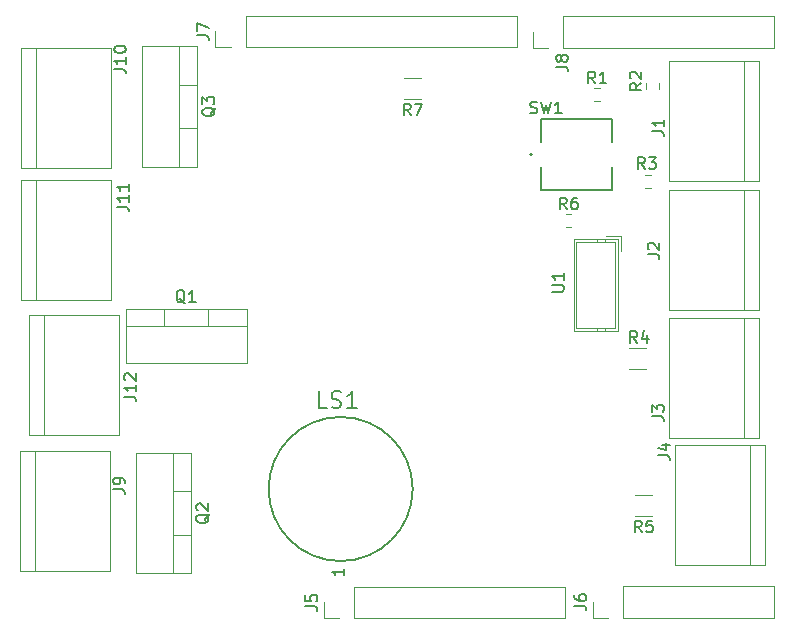
<source format=gto>
%TF.GenerationSoftware,KiCad,Pcbnew,(6.0.2)*%
%TF.CreationDate,2024-03-28T15:54:17-05:00*%
%TF.ProjectId,Security_Mat,53656375-7269-4747-995f-4d61742e6b69,rev?*%
%TF.SameCoordinates,Original*%
%TF.FileFunction,Legend,Top*%
%TF.FilePolarity,Positive*%
%FSLAX46Y46*%
G04 Gerber Fmt 4.6, Leading zero omitted, Abs format (unit mm)*
G04 Created by KiCad (PCBNEW (6.0.2)) date 2024-03-28 15:54:17*
%MOMM*%
%LPD*%
G01*
G04 APERTURE LIST*
%ADD10C,0.150000*%
%ADD11C,0.120000*%
%ADD12C,0.127000*%
%ADD13C,0.200000*%
G04 APERTURE END LIST*
D10*
X136662380Y-107824285D02*
X136662380Y-108395714D01*
X136662380Y-108110000D02*
X135662380Y-108110000D01*
X135805238Y-108205238D01*
X135900476Y-108300476D01*
X135948095Y-108395714D01*
%TO.C,R7*%
X142327333Y-69455380D02*
X141994000Y-68979190D01*
X141755904Y-69455380D02*
X141755904Y-68455380D01*
X142136857Y-68455380D01*
X142232095Y-68503000D01*
X142279714Y-68550619D01*
X142327333Y-68645857D01*
X142327333Y-68788714D01*
X142279714Y-68883952D01*
X142232095Y-68931571D01*
X142136857Y-68979190D01*
X141755904Y-68979190D01*
X142660666Y-68455380D02*
X143327333Y-68455380D01*
X142898761Y-69455380D01*
%TO.C,R4*%
X161504333Y-88717380D02*
X161171000Y-88241190D01*
X160932904Y-88717380D02*
X160932904Y-87717380D01*
X161313857Y-87717380D01*
X161409095Y-87765000D01*
X161456714Y-87812619D01*
X161504333Y-87907857D01*
X161504333Y-88050714D01*
X161456714Y-88145952D01*
X161409095Y-88193571D01*
X161313857Y-88241190D01*
X160932904Y-88241190D01*
X162361476Y-88050714D02*
X162361476Y-88717380D01*
X162123380Y-87669761D02*
X161885285Y-88384047D01*
X162504333Y-88384047D01*
%TO.C,R5*%
X161885333Y-104761380D02*
X161552000Y-104285190D01*
X161313904Y-104761380D02*
X161313904Y-103761380D01*
X161694857Y-103761380D01*
X161790095Y-103809000D01*
X161837714Y-103856619D01*
X161885333Y-103951857D01*
X161885333Y-104094714D01*
X161837714Y-104189952D01*
X161790095Y-104237571D01*
X161694857Y-104285190D01*
X161313904Y-104285190D01*
X162790095Y-103761380D02*
X162313904Y-103761380D01*
X162266285Y-104237571D01*
X162313904Y-104189952D01*
X162409142Y-104142333D01*
X162647238Y-104142333D01*
X162742476Y-104189952D01*
X162790095Y-104237571D01*
X162837714Y-104332809D01*
X162837714Y-104570904D01*
X162790095Y-104666142D01*
X162742476Y-104713761D01*
X162647238Y-104761380D01*
X162409142Y-104761380D01*
X162313904Y-104713761D01*
X162266285Y-104666142D01*
%TO.C,Q1*%
X123221761Y-85360619D02*
X123126523Y-85313000D01*
X123031285Y-85217761D01*
X122888428Y-85074904D01*
X122793190Y-85027285D01*
X122697952Y-85027285D01*
X122745571Y-85265380D02*
X122650333Y-85217761D01*
X122555095Y-85122523D01*
X122507476Y-84932047D01*
X122507476Y-84598714D01*
X122555095Y-84408238D01*
X122650333Y-84313000D01*
X122745571Y-84265380D01*
X122936047Y-84265380D01*
X123031285Y-84313000D01*
X123126523Y-84408238D01*
X123174142Y-84598714D01*
X123174142Y-84932047D01*
X123126523Y-85122523D01*
X123031285Y-85217761D01*
X122936047Y-85265380D01*
X122745571Y-85265380D01*
X124126523Y-85265380D02*
X123555095Y-85265380D01*
X123840809Y-85265380D02*
X123840809Y-84265380D01*
X123745571Y-84408238D01*
X123650333Y-84503476D01*
X123555095Y-84551095D01*
%TO.C,R6*%
X155535333Y-77414380D02*
X155202000Y-76938190D01*
X154963904Y-77414380D02*
X154963904Y-76414380D01*
X155344857Y-76414380D01*
X155440095Y-76462000D01*
X155487714Y-76509619D01*
X155535333Y-76604857D01*
X155535333Y-76747714D01*
X155487714Y-76842952D01*
X155440095Y-76890571D01*
X155344857Y-76938190D01*
X154963904Y-76938190D01*
X156392476Y-76414380D02*
X156202000Y-76414380D01*
X156106761Y-76462000D01*
X156059142Y-76509619D01*
X155963904Y-76652476D01*
X155916285Y-76842952D01*
X155916285Y-77223904D01*
X155963904Y-77319142D01*
X156011523Y-77366761D01*
X156106761Y-77414380D01*
X156297238Y-77414380D01*
X156392476Y-77366761D01*
X156440095Y-77319142D01*
X156487714Y-77223904D01*
X156487714Y-76985809D01*
X156440095Y-76890571D01*
X156392476Y-76842952D01*
X156297238Y-76795333D01*
X156106761Y-76795333D01*
X156011523Y-76842952D01*
X155963904Y-76890571D01*
X155916285Y-76985809D01*
%TO.C,R2*%
X161869380Y-66714666D02*
X161393190Y-67048000D01*
X161869380Y-67286095D02*
X160869380Y-67286095D01*
X160869380Y-66905142D01*
X160917000Y-66809904D01*
X160964619Y-66762285D01*
X161059857Y-66714666D01*
X161202714Y-66714666D01*
X161297952Y-66762285D01*
X161345571Y-66809904D01*
X161393190Y-66905142D01*
X161393190Y-67286095D01*
X160964619Y-66333714D02*
X160917000Y-66286095D01*
X160869380Y-66190857D01*
X160869380Y-65952761D01*
X160917000Y-65857523D01*
X160964619Y-65809904D01*
X161059857Y-65762285D01*
X161155095Y-65762285D01*
X161297952Y-65809904D01*
X161869380Y-66381333D01*
X161869380Y-65762285D01*
%TO.C,J9*%
X117132380Y-101130333D02*
X117846666Y-101130333D01*
X117989523Y-101177952D01*
X118084761Y-101273190D01*
X118132380Y-101416047D01*
X118132380Y-101511285D01*
X118132380Y-100606523D02*
X118132380Y-100416047D01*
X118084761Y-100320809D01*
X118037142Y-100273190D01*
X117894285Y-100177952D01*
X117703809Y-100130333D01*
X117322857Y-100130333D01*
X117227619Y-100177952D01*
X117180000Y-100225571D01*
X117132380Y-100320809D01*
X117132380Y-100511285D01*
X117180000Y-100606523D01*
X117227619Y-100654142D01*
X117322857Y-100701761D01*
X117560952Y-100701761D01*
X117656190Y-100654142D01*
X117703809Y-100606523D01*
X117751428Y-100511285D01*
X117751428Y-100320809D01*
X117703809Y-100225571D01*
X117656190Y-100177952D01*
X117560952Y-100130333D01*
%TO.C,J8*%
X154652380Y-65333333D02*
X155366666Y-65333333D01*
X155509523Y-65380952D01*
X155604761Y-65476190D01*
X155652380Y-65619047D01*
X155652380Y-65714285D01*
X155080952Y-64714285D02*
X155033333Y-64809523D01*
X154985714Y-64857142D01*
X154890476Y-64904761D01*
X154842857Y-64904761D01*
X154747619Y-64857142D01*
X154700000Y-64809523D01*
X154652380Y-64714285D01*
X154652380Y-64523809D01*
X154700000Y-64428571D01*
X154747619Y-64380952D01*
X154842857Y-64333333D01*
X154890476Y-64333333D01*
X154985714Y-64380952D01*
X155033333Y-64428571D01*
X155080952Y-64523809D01*
X155080952Y-64714285D01*
X155128571Y-64809523D01*
X155176190Y-64857142D01*
X155271428Y-64904761D01*
X155461904Y-64904761D01*
X155557142Y-64857142D01*
X155604761Y-64809523D01*
X155652380Y-64714285D01*
X155652380Y-64523809D01*
X155604761Y-64428571D01*
X155557142Y-64380952D01*
X155461904Y-64333333D01*
X155271428Y-64333333D01*
X155176190Y-64380952D01*
X155128571Y-64428571D01*
X155080952Y-64523809D01*
%TO.C,R3*%
X162139333Y-73985380D02*
X161806000Y-73509190D01*
X161567904Y-73985380D02*
X161567904Y-72985380D01*
X161948857Y-72985380D01*
X162044095Y-73033000D01*
X162091714Y-73080619D01*
X162139333Y-73175857D01*
X162139333Y-73318714D01*
X162091714Y-73413952D01*
X162044095Y-73461571D01*
X161948857Y-73509190D01*
X161567904Y-73509190D01*
X162472666Y-72985380D02*
X163091714Y-72985380D01*
X162758380Y-73366333D01*
X162901238Y-73366333D01*
X162996476Y-73413952D01*
X163044095Y-73461571D01*
X163091714Y-73556809D01*
X163091714Y-73794904D01*
X163044095Y-73890142D01*
X162996476Y-73937761D01*
X162901238Y-73985380D01*
X162615523Y-73985380D01*
X162520285Y-73937761D01*
X162472666Y-73890142D01*
%TO.C,Q2*%
X125284619Y-103219238D02*
X125237000Y-103314476D01*
X125141761Y-103409714D01*
X124998904Y-103552571D01*
X124951285Y-103647809D01*
X124951285Y-103743047D01*
X125189380Y-103695428D02*
X125141761Y-103790666D01*
X125046523Y-103885904D01*
X124856047Y-103933523D01*
X124522714Y-103933523D01*
X124332238Y-103885904D01*
X124237000Y-103790666D01*
X124189380Y-103695428D01*
X124189380Y-103504952D01*
X124237000Y-103409714D01*
X124332238Y-103314476D01*
X124522714Y-103266857D01*
X124856047Y-103266857D01*
X125046523Y-103314476D01*
X125141761Y-103409714D01*
X125189380Y-103504952D01*
X125189380Y-103695428D01*
X124284619Y-102885904D02*
X124237000Y-102838285D01*
X124189380Y-102743047D01*
X124189380Y-102504952D01*
X124237000Y-102409714D01*
X124284619Y-102362095D01*
X124379857Y-102314476D01*
X124475095Y-102314476D01*
X124617952Y-102362095D01*
X125189380Y-102933523D01*
X125189380Y-102314476D01*
%TO.C,J2*%
X162393380Y-81232333D02*
X163107666Y-81232333D01*
X163250523Y-81279952D01*
X163345761Y-81375190D01*
X163393380Y-81518047D01*
X163393380Y-81613285D01*
X162488619Y-80803761D02*
X162441000Y-80756142D01*
X162393380Y-80660904D01*
X162393380Y-80422809D01*
X162441000Y-80327571D01*
X162488619Y-80279952D01*
X162583857Y-80232333D01*
X162679095Y-80232333D01*
X162821952Y-80279952D01*
X163393380Y-80851380D01*
X163393380Y-80232333D01*
%TO.C,J3*%
X162774380Y-94948333D02*
X163488666Y-94948333D01*
X163631523Y-94995952D01*
X163726761Y-95091190D01*
X163774380Y-95234047D01*
X163774380Y-95329285D01*
X162774380Y-94567380D02*
X162774380Y-93948333D01*
X163155333Y-94281666D01*
X163155333Y-94138809D01*
X163202952Y-94043571D01*
X163250571Y-93995952D01*
X163345809Y-93948333D01*
X163583904Y-93948333D01*
X163679142Y-93995952D01*
X163726761Y-94043571D01*
X163774380Y-94138809D01*
X163774380Y-94424523D01*
X163726761Y-94519761D01*
X163679142Y-94567380D01*
%TO.C,J7*%
X124222380Y-62683333D02*
X124936666Y-62683333D01*
X125079523Y-62730952D01*
X125174761Y-62826190D01*
X125222380Y-62969047D01*
X125222380Y-63064285D01*
X124222380Y-62302380D02*
X124222380Y-61635714D01*
X125222380Y-62064285D01*
%TO.C,J5*%
X133422380Y-111033333D02*
X134136666Y-111033333D01*
X134279523Y-111080952D01*
X134374761Y-111176190D01*
X134422380Y-111319047D01*
X134422380Y-111414285D01*
X133422380Y-110080952D02*
X133422380Y-110557142D01*
X133898571Y-110604761D01*
X133850952Y-110557142D01*
X133803333Y-110461904D01*
X133803333Y-110223809D01*
X133850952Y-110128571D01*
X133898571Y-110080952D01*
X133993809Y-110033333D01*
X134231904Y-110033333D01*
X134327142Y-110080952D01*
X134374761Y-110128571D01*
X134422380Y-110223809D01*
X134422380Y-110461904D01*
X134374761Y-110557142D01*
X134327142Y-110604761D01*
%TO.C,SW1*%
X152463666Y-69238761D02*
X152606523Y-69286380D01*
X152844619Y-69286380D01*
X152939857Y-69238761D01*
X152987476Y-69191142D01*
X153035095Y-69095904D01*
X153035095Y-69000666D01*
X152987476Y-68905428D01*
X152939857Y-68857809D01*
X152844619Y-68810190D01*
X152654142Y-68762571D01*
X152558904Y-68714952D01*
X152511285Y-68667333D01*
X152463666Y-68572095D01*
X152463666Y-68476857D01*
X152511285Y-68381619D01*
X152558904Y-68334000D01*
X152654142Y-68286380D01*
X152892238Y-68286380D01*
X153035095Y-68334000D01*
X153368428Y-68286380D02*
X153606523Y-69286380D01*
X153797000Y-68572095D01*
X153987476Y-69286380D01*
X154225571Y-68286380D01*
X155130333Y-69286380D02*
X154558904Y-69286380D01*
X154844619Y-69286380D02*
X154844619Y-68286380D01*
X154749380Y-68429238D01*
X154654142Y-68524476D01*
X154558904Y-68572095D01*
%TO.C,Q3*%
X125792619Y-68802238D02*
X125745000Y-68897476D01*
X125649761Y-68992714D01*
X125506904Y-69135571D01*
X125459285Y-69230809D01*
X125459285Y-69326047D01*
X125697380Y-69278428D02*
X125649761Y-69373666D01*
X125554523Y-69468904D01*
X125364047Y-69516523D01*
X125030714Y-69516523D01*
X124840238Y-69468904D01*
X124745000Y-69373666D01*
X124697380Y-69278428D01*
X124697380Y-69087952D01*
X124745000Y-68992714D01*
X124840238Y-68897476D01*
X125030714Y-68849857D01*
X125364047Y-68849857D01*
X125554523Y-68897476D01*
X125649761Y-68992714D01*
X125697380Y-69087952D01*
X125697380Y-69278428D01*
X124697380Y-68516523D02*
X124697380Y-67897476D01*
X125078333Y-68230809D01*
X125078333Y-68087952D01*
X125125952Y-67992714D01*
X125173571Y-67945095D01*
X125268809Y-67897476D01*
X125506904Y-67897476D01*
X125602142Y-67945095D01*
X125649761Y-67992714D01*
X125697380Y-68087952D01*
X125697380Y-68373666D01*
X125649761Y-68468904D01*
X125602142Y-68516523D01*
%TO.C,J6*%
X156192380Y-110983333D02*
X156906666Y-110983333D01*
X157049523Y-111030952D01*
X157144761Y-111126190D01*
X157192380Y-111269047D01*
X157192380Y-111364285D01*
X156192380Y-110078571D02*
X156192380Y-110269047D01*
X156240000Y-110364285D01*
X156287619Y-110411904D01*
X156430476Y-110507142D01*
X156620952Y-110554761D01*
X157001904Y-110554761D01*
X157097142Y-110507142D01*
X157144761Y-110459523D01*
X157192380Y-110364285D01*
X157192380Y-110173809D01*
X157144761Y-110078571D01*
X157097142Y-110030952D01*
X157001904Y-109983333D01*
X156763809Y-109983333D01*
X156668571Y-110030952D01*
X156620952Y-110078571D01*
X156573333Y-110173809D01*
X156573333Y-110364285D01*
X156620952Y-110459523D01*
X156668571Y-110507142D01*
X156763809Y-110554761D01*
%TO.C,J1*%
X162774380Y-70818333D02*
X163488666Y-70818333D01*
X163631523Y-70865952D01*
X163726761Y-70961190D01*
X163774380Y-71104047D01*
X163774380Y-71199285D01*
X163774380Y-69818333D02*
X163774380Y-70389761D01*
X163774380Y-70104047D02*
X162774380Y-70104047D01*
X162917238Y-70199285D01*
X163012476Y-70294523D01*
X163060095Y-70389761D01*
%TO.C,U1*%
X154290380Y-84381904D02*
X155099904Y-84381904D01*
X155195142Y-84334285D01*
X155242761Y-84286666D01*
X155290380Y-84191428D01*
X155290380Y-84000952D01*
X155242761Y-83905714D01*
X155195142Y-83858095D01*
X155099904Y-83810476D01*
X154290380Y-83810476D01*
X155290380Y-82810476D02*
X155290380Y-83381904D01*
X155290380Y-83096190D02*
X154290380Y-83096190D01*
X154433238Y-83191428D01*
X154528476Y-83286666D01*
X154576095Y-83381904D01*
%TO.C,R1*%
X157948333Y-66746380D02*
X157615000Y-66270190D01*
X157376904Y-66746380D02*
X157376904Y-65746380D01*
X157757857Y-65746380D01*
X157853095Y-65794000D01*
X157900714Y-65841619D01*
X157948333Y-65936857D01*
X157948333Y-66079714D01*
X157900714Y-66174952D01*
X157853095Y-66222571D01*
X157757857Y-66270190D01*
X157376904Y-66270190D01*
X158900714Y-66746380D02*
X158329285Y-66746380D01*
X158615000Y-66746380D02*
X158615000Y-65746380D01*
X158519761Y-65889238D01*
X158424523Y-65984476D01*
X158329285Y-66032095D01*
%TO.C,J10*%
X117209380Y-65531523D02*
X117923666Y-65531523D01*
X118066523Y-65579142D01*
X118161761Y-65674380D01*
X118209380Y-65817238D01*
X118209380Y-65912476D01*
X118209380Y-64531523D02*
X118209380Y-65102952D01*
X118209380Y-64817238D02*
X117209380Y-64817238D01*
X117352238Y-64912476D01*
X117447476Y-65007714D01*
X117495095Y-65102952D01*
X117209380Y-63912476D02*
X117209380Y-63817238D01*
X117257000Y-63722000D01*
X117304619Y-63674380D01*
X117399857Y-63626761D01*
X117590333Y-63579142D01*
X117828428Y-63579142D01*
X118018904Y-63626761D01*
X118114142Y-63674380D01*
X118161761Y-63722000D01*
X118209380Y-63817238D01*
X118209380Y-63912476D01*
X118161761Y-64007714D01*
X118114142Y-64055333D01*
X118018904Y-64102952D01*
X117828428Y-64150571D01*
X117590333Y-64150571D01*
X117399857Y-64102952D01*
X117304619Y-64055333D01*
X117257000Y-64007714D01*
X117209380Y-63912476D01*
%TO.C,LS1*%
X135244000Y-94232333D02*
X134577333Y-94232333D01*
X134577333Y-92832333D01*
X135644000Y-94165666D02*
X135844000Y-94232333D01*
X136177333Y-94232333D01*
X136310666Y-94165666D01*
X136377333Y-94099000D01*
X136444000Y-93965666D01*
X136444000Y-93832333D01*
X136377333Y-93699000D01*
X136310666Y-93632333D01*
X136177333Y-93565666D01*
X135910666Y-93499000D01*
X135777333Y-93432333D01*
X135710666Y-93365666D01*
X135644000Y-93232333D01*
X135644000Y-93099000D01*
X135710666Y-92965666D01*
X135777333Y-92899000D01*
X135910666Y-92832333D01*
X136244000Y-92832333D01*
X136444000Y-92899000D01*
X137777333Y-94232333D02*
X136977333Y-94232333D01*
X137377333Y-94232333D02*
X137377333Y-92832333D01*
X137244000Y-93032333D01*
X137110666Y-93165666D01*
X136977333Y-93232333D01*
%TO.C,J11*%
X117463380Y-77210523D02*
X118177666Y-77210523D01*
X118320523Y-77258142D01*
X118415761Y-77353380D01*
X118463380Y-77496238D01*
X118463380Y-77591476D01*
X118463380Y-76210523D02*
X118463380Y-76781952D01*
X118463380Y-76496238D02*
X117463380Y-76496238D01*
X117606238Y-76591476D01*
X117701476Y-76686714D01*
X117749095Y-76781952D01*
X118463380Y-75258142D02*
X118463380Y-75829571D01*
X118463380Y-75543857D02*
X117463380Y-75543857D01*
X117606238Y-75639095D01*
X117701476Y-75734333D01*
X117749095Y-75829571D01*
%TO.C,J4*%
X163282380Y-98250333D02*
X163996666Y-98250333D01*
X164139523Y-98297952D01*
X164234761Y-98393190D01*
X164282380Y-98536047D01*
X164282380Y-98631285D01*
X163615714Y-97345571D02*
X164282380Y-97345571D01*
X163234761Y-97583666D02*
X163949047Y-97821761D01*
X163949047Y-97202714D01*
%TO.C,J12*%
X118070380Y-93265523D02*
X118784666Y-93265523D01*
X118927523Y-93313142D01*
X119022761Y-93408380D01*
X119070380Y-93551238D01*
X119070380Y-93646476D01*
X119070380Y-92265523D02*
X119070380Y-92836952D01*
X119070380Y-92551238D02*
X118070380Y-92551238D01*
X118213238Y-92646476D01*
X118308476Y-92741714D01*
X118356095Y-92836952D01*
X118165619Y-91884571D02*
X118118000Y-91836952D01*
X118070380Y-91741714D01*
X118070380Y-91503619D01*
X118118000Y-91408380D01*
X118165619Y-91360761D01*
X118260857Y-91313142D01*
X118356095Y-91313142D01*
X118498952Y-91360761D01*
X119070380Y-91932190D01*
X119070380Y-91313142D01*
D11*
%TO.C,R7*%
X143221064Y-66273000D02*
X141766936Y-66273000D01*
X143221064Y-68093000D02*
X141766936Y-68093000D01*
%TO.C,R4*%
X162271064Y-89133000D02*
X160816936Y-89133000D01*
X162271064Y-90953000D02*
X160816936Y-90953000D01*
%TO.C,R5*%
X162779064Y-101579000D02*
X161324936Y-101579000D01*
X162779064Y-103399000D02*
X161324936Y-103399000D01*
%TO.C,Q1*%
X118197000Y-90454000D02*
X128437000Y-90454000D01*
X118197000Y-87323000D02*
X128437000Y-87323000D01*
X121467000Y-85813000D02*
X121467000Y-87323000D01*
X125168000Y-85813000D02*
X125168000Y-87323000D01*
X118197000Y-85813000D02*
X128437000Y-85813000D01*
X128437000Y-85813000D02*
X128437000Y-90454000D01*
X118197000Y-85813000D02*
X118197000Y-90454000D01*
%TO.C,R6*%
X155939258Y-77836500D02*
X155464742Y-77836500D01*
X155939258Y-78881500D02*
X155464742Y-78881500D01*
%TO.C,R2*%
X163336500Y-66754742D02*
X163336500Y-67229258D01*
X162291500Y-66754742D02*
X162291500Y-67229258D01*
%TO.C,J9*%
X116840000Y-97917000D02*
X109220000Y-97917000D01*
X109220000Y-97917000D02*
X109220000Y-108077000D01*
X110490000Y-108077000D02*
X110490000Y-97917000D01*
X116840000Y-108077000D02*
X116840000Y-97917000D01*
X109220000Y-108077000D02*
X116840000Y-108077000D01*
%TO.C,J8*%
X152660000Y-63720000D02*
X152660000Y-62390000D01*
X155260000Y-63720000D02*
X173100000Y-63720000D01*
X155260000Y-63720000D02*
X155260000Y-61060000D01*
X173100000Y-63720000D02*
X173100000Y-61060000D01*
X153990000Y-63720000D02*
X152660000Y-63720000D01*
X155260000Y-61060000D02*
X173100000Y-61060000D01*
%TO.C,R3*%
X162670258Y-75579500D02*
X162195742Y-75579500D01*
X162670258Y-74534500D02*
X162195742Y-74534500D01*
%TO.C,Q2*%
X122227000Y-98004000D02*
X122227000Y-108244000D01*
X123737000Y-108244000D02*
X119096000Y-108244000D01*
X119096000Y-98004000D02*
X119096000Y-108244000D01*
X123737000Y-98004000D02*
X119096000Y-98004000D01*
X123737000Y-98004000D02*
X123737000Y-108244000D01*
X123737000Y-104975000D02*
X122227000Y-104975000D01*
X123737000Y-101274000D02*
X122227000Y-101274000D01*
%TO.C,J2*%
X164211000Y-75819000D02*
X164211000Y-85979000D01*
X164211000Y-85979000D02*
X171831000Y-85979000D01*
X171831000Y-85979000D02*
X171831000Y-75819000D01*
X170561000Y-75819000D02*
X170561000Y-85979000D01*
X171831000Y-75819000D02*
X164211000Y-75819000D01*
%TO.C,J3*%
X171831000Y-96774000D02*
X171831000Y-86614000D01*
X170561000Y-86614000D02*
X170561000Y-96774000D01*
X164211000Y-96774000D02*
X171831000Y-96774000D01*
X171831000Y-86614000D02*
X164211000Y-86614000D01*
X164211000Y-86614000D02*
X164211000Y-96774000D01*
%TO.C,J7*%
X125770000Y-63680000D02*
X125770000Y-62350000D01*
X128370000Y-61020000D02*
X151290000Y-61020000D01*
X128370000Y-63680000D02*
X128370000Y-61020000D01*
X151290000Y-63680000D02*
X151290000Y-61020000D01*
X128370000Y-63680000D02*
X151290000Y-63680000D01*
X127100000Y-63680000D02*
X125770000Y-63680000D01*
%TO.C,J5*%
X134970000Y-112030000D02*
X134970000Y-110700000D01*
X136300000Y-112030000D02*
X134970000Y-112030000D01*
X155410000Y-112030000D02*
X155410000Y-109370000D01*
X137570000Y-112030000D02*
X137570000Y-109370000D01*
X137570000Y-109370000D02*
X155410000Y-109370000D01*
X137570000Y-112030000D02*
X155410000Y-112030000D01*
D12*
%TO.C,SW1*%
X153337000Y-69771000D02*
X159337000Y-69771000D01*
X153337000Y-71696000D02*
X153337000Y-69771000D01*
X159337000Y-69771000D02*
X159337000Y-71696000D01*
X153337000Y-75771000D02*
X153337000Y-73846000D01*
X159337000Y-73846000D02*
X159337000Y-75771000D01*
X159337000Y-75771000D02*
X153337000Y-75771000D01*
D13*
X152637000Y-72771000D02*
G75*
G03*
X152637000Y-72771000I-100000J0D01*
G01*
D11*
%TO.C,Q3*%
X124245000Y-63587000D02*
X124245000Y-73827000D01*
X122735000Y-63587000D02*
X122735000Y-73827000D01*
X124245000Y-70558000D02*
X122735000Y-70558000D01*
X124245000Y-66857000D02*
X122735000Y-66857000D01*
X124245000Y-73827000D02*
X119604000Y-73827000D01*
X124245000Y-63587000D02*
X119604000Y-63587000D01*
X119604000Y-63587000D02*
X119604000Y-73827000D01*
%TO.C,J6*%
X160340000Y-111980000D02*
X160340000Y-109320000D01*
X173100000Y-111980000D02*
X173100000Y-109320000D01*
X160340000Y-111980000D02*
X173100000Y-111980000D01*
X159070000Y-111980000D02*
X157740000Y-111980000D01*
X157740000Y-111980000D02*
X157740000Y-110650000D01*
X160340000Y-109320000D02*
X173100000Y-109320000D01*
%TO.C,J1*%
X164211000Y-75057000D02*
X171831000Y-75057000D01*
X164211000Y-64897000D02*
X164211000Y-75057000D01*
X170561000Y-64897000D02*
X170561000Y-75057000D01*
X171831000Y-75057000D02*
X171831000Y-64897000D01*
X171831000Y-64897000D02*
X164211000Y-64897000D01*
%TO.C,U1*%
X158788000Y-80160000D02*
X158088000Y-80160000D01*
X158788000Y-79960000D02*
X158788000Y-80160000D01*
X160148000Y-79660000D02*
X158898000Y-79660000D01*
X156328000Y-80160000D02*
X156328000Y-87480000D01*
X156128000Y-79960000D02*
X156128000Y-87680000D01*
X159648000Y-80160000D02*
X159648000Y-87480000D01*
X158788000Y-87480000D02*
X158088000Y-87480000D01*
X158088000Y-87480000D02*
X158088000Y-87680000D01*
X156328000Y-87480000D02*
X158088000Y-87480000D01*
X158788000Y-80160000D02*
X159648000Y-80160000D01*
X158088000Y-80160000D02*
X156328000Y-80160000D01*
X159648000Y-87480000D02*
X158788000Y-87480000D01*
X158088000Y-80160000D02*
X158088000Y-79960000D01*
X160148000Y-80910000D02*
X160148000Y-79660000D01*
X159848000Y-87680000D02*
X159848000Y-79960000D01*
X158788000Y-87480000D02*
X158788000Y-87680000D01*
X159848000Y-79960000D02*
X156128000Y-79960000D01*
X156128000Y-87680000D02*
X159848000Y-87680000D01*
%TO.C,R1*%
X157877742Y-68213500D02*
X158352258Y-68213500D01*
X157877742Y-67168500D02*
X158352258Y-67168500D01*
%TO.C,J10*%
X109347000Y-73914000D02*
X116967000Y-73914000D01*
X116967000Y-63754000D02*
X109347000Y-63754000D01*
X116967000Y-73914000D02*
X116967000Y-63754000D01*
X110617000Y-73914000D02*
X110617000Y-63754000D01*
X109347000Y-63754000D02*
X109347000Y-73914000D01*
D12*
%TO.C,LS1*%
X142498000Y-101092000D02*
G75*
G03*
X142498000Y-101092000I-6100000J0D01*
G01*
D11*
%TO.C,J11*%
X109347000Y-74930000D02*
X109347000Y-85090000D01*
X116967000Y-85090000D02*
X116967000Y-74930000D01*
X110617000Y-85090000D02*
X110617000Y-74930000D01*
X116967000Y-74930000D02*
X109347000Y-74930000D01*
X109347000Y-85090000D02*
X116967000Y-85090000D01*
%TO.C,J4*%
X164719000Y-97409000D02*
X164719000Y-107569000D01*
X172339000Y-97409000D02*
X164719000Y-97409000D01*
X171069000Y-97409000D02*
X171069000Y-107569000D01*
X172339000Y-107569000D02*
X172339000Y-97409000D01*
X164719000Y-107569000D02*
X172339000Y-107569000D01*
%TO.C,J12*%
X111252000Y-96520000D02*
X111252000Y-86360000D01*
X109982000Y-96520000D02*
X117602000Y-96520000D01*
X109982000Y-86360000D02*
X109982000Y-96520000D01*
X117602000Y-86360000D02*
X109982000Y-86360000D01*
X117602000Y-96520000D02*
X117602000Y-86360000D01*
%TD*%
M02*

</source>
